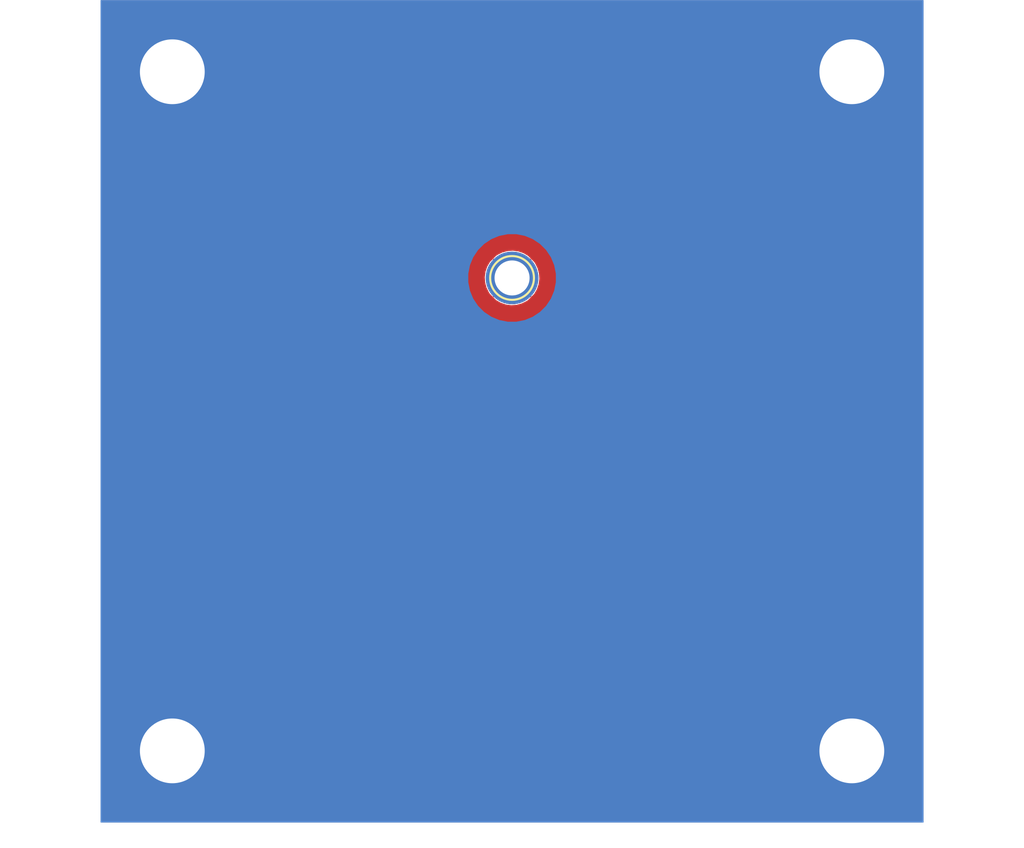
<source format=kicad_pcb>
(kicad_pcb (version 20171130) (host pcbnew "(5.1.10)-1")

  (general
    (thickness 4.5)
    (drawings 5)
    (tracks 0)
    (zones 0)
    (modules 5)
    (nets 2)
  )

  (page User 210.007 148.006)
  (title_block
    (title "2.4GHz Patch Antenna")
    (date 2020-09-11)
    (rev v1.0)
    (company "Asristotle Space & Aeronautics Team (ASAT)")
    (comment 1 AcubeSAT)
  )

  (layers
    (0 Top signal)
    (31 Bottom signal)
    (32 B.Adhes user)
    (33 F.Adhes user)
    (34 B.Paste user)
    (35 F.Paste user)
    (36 B.SilkS user)
    (37 F.SilkS user)
    (38 B.Mask user)
    (39 F.Mask user)
    (40 Dwgs.User user)
    (41 Cmts.User user)
    (42 Eco1.User user)
    (43 Eco2.User user)
    (44 Edge.Cuts user)
    (45 Margin user)
    (46 B.CrtYd user)
    (47 F.CrtYd user)
    (48 B.Fab user)
    (49 F.Fab user)
  )

  (setup
    (last_trace_width 0.25)
    (trace_clearance 0.0254)
    (zone_clearance 0.000001)
    (zone_45_only no)
    (trace_min 0.2)
    (via_size 0.8)
    (via_drill 0.4)
    (via_min_size 0.4)
    (via_min_drill 0.3)
    (uvia_size 0.3)
    (uvia_drill 0.1)
    (uvias_allowed no)
    (uvia_min_size 0.2)
    (uvia_min_drill 0.1)
    (edge_width 0.05)
    (segment_width 0.2)
    (pcb_text_width 0.3)
    (pcb_text_size 1.5 1.5)
    (mod_edge_width 0.12)
    (mod_text_size 1 1)
    (mod_text_width 0.15)
    (pad_size 6.2 6.2)
    (pad_drill 3.7)
    (pad_to_mask_clearance 0.05)
    (aux_axis_origin 0 0)
    (visible_elements 7FFFFFFF)
    (pcbplotparams
      (layerselection 0x010fc_ffffffff)
      (usegerberextensions false)
      (usegerberattributes true)
      (usegerberadvancedattributes true)
      (creategerberjobfile true)
      (excludeedgelayer true)
      (linewidth 0.100000)
      (plotframeref false)
      (viasonmask false)
      (mode 1)
      (useauxorigin false)
      (hpglpennumber 1)
      (hpglpenspeed 20)
      (hpglpendiameter 15.000000)
      (psnegative false)
      (psa4output false)
      (plotreference true)
      (plotvalue true)
      (plotinvisibletext false)
      (padsonsilk false)
      (subtractmaskfromsilk false)
      (outputformat 1)
      (mirror false)
      (drillshape 0)
      (scaleselection 1)
      (outputdirectory "Gerbers/"))
  )

  (net 0 "")
  (net 1 /RF_COPPER)

  (net_class Default "This is the default net class."
    (clearance 0.0254)
    (trace_width 0.25)
    (via_dia 0.8)
    (via_drill 0.4)
    (uvia_dia 0.3)
    (uvia_drill 0.1)
    (add_net /RF_COPPER)
  )

  (module MountingHole:MountingHole_3.7mm_Pad (layer Top) (tedit 6280E9F5) (tstamp 62814A3D)
    (at 118.2187 76.8802)
    (descr "Mounting Hole 3.7mm")
    (tags "mounting hole 3.7mm")
    (attr virtual)
    (fp_text reference REF** (at 0 -4.7) (layer F.SilkS) hide
      (effects (font (size 1 1) (thickness 0.15)))
    )
    (fp_text value MountingHole_3.7mm_Pad (at 0 4.7) (layer F.Fab)
      (effects (font (size 1 1) (thickness 0.15)))
    )
    (fp_circle (center 0 0) (end 3.7 0) (layer Cmts.User) (width 0.15))
    (fp_circle (center 0 0) (end 3.95 0) (layer F.CrtYd) (width 0.05))
    (fp_text user %R (at 0.3 0) (layer F.Fab)
      (effects (font (size 1 1) (thickness 0.15)))
    )
    (pad 1 thru_hole circle (at 0 0) (size 6.2 6.2) (drill 3.7) (layers Top F.Mask))
  )

  (module MountingHole:MountingHole_3.7mm_Pad (layer Top) (tedit 6280E9F5) (tstamp 62814A3D)
    (at 79.4187 76.8802)
    (descr "Mounting Hole 3.7mm")
    (tags "mounting hole 3.7mm")
    (attr virtual)
    (fp_text reference REF** (at 0 -4.7) (layer F.SilkS) hide
      (effects (font (size 1 1) (thickness 0.15)))
    )
    (fp_text value MountingHole_3.7mm_Pad (at 0 4.7) (layer F.Fab)
      (effects (font (size 1 1) (thickness 0.15)))
    )
    (fp_circle (center 0 0) (end 3.7 0) (layer Cmts.User) (width 0.15))
    (fp_circle (center 0 0) (end 3.95 0) (layer F.CrtYd) (width 0.05))
    (fp_text user %R (at 0.3 0) (layer F.Fab)
      (effects (font (size 1 1) (thickness 0.15)))
    )
    (pad 1 thru_hole circle (at 0 0) (size 6.2 6.2) (drill 3.7) (layers Top F.Mask))
  )

  (module MountingHole:MountingHole_3.7mm_Pad (layer Top) (tedit 6280E9F5) (tstamp 62814A3D)
    (at 118.2187 38.0802)
    (descr "Mounting Hole 3.7mm")
    (tags "mounting hole 3.7mm")
    (attr virtual)
    (fp_text reference REF** (at 0 -4.7) (layer F.SilkS) hide
      (effects (font (size 1 1) (thickness 0.15)))
    )
    (fp_text value MountingHole_3.7mm_Pad (at 0 4.7) (layer F.Fab)
      (effects (font (size 1 1) (thickness 0.15)))
    )
    (fp_circle (center 0 0) (end 3.7 0) (layer Cmts.User) (width 0.15))
    (fp_circle (center 0 0) (end 3.95 0) (layer F.CrtYd) (width 0.05))
    (fp_text user %R (at 0.3 0) (layer F.Fab)
      (effects (font (size 1 1) (thickness 0.15)))
    )
    (pad 1 thru_hole circle (at 0 0) (size 6.2 6.2) (drill 3.7) (layers Top F.Mask))
  )

  (module MountingHole:MountingHole_3.7mm_Pad (layer Top) (tedit 6280E9F5) (tstamp 62814A04)
    (at 79.4187 38.0802)
    (descr "Mounting Hole 3.7mm")
    (tags "mounting hole 3.7mm")
    (attr virtual)
    (fp_text reference REF** (at 0 -4.7) (layer F.SilkS) hide
      (effects (font (size 1 1) (thickness 0.15)))
    )
    (fp_text value MountingHole_3.7mm_Pad (at 0 4.7) (layer F.Fab)
      (effects (font (size 1 1) (thickness 0.15)))
    )
    (fp_text user %R (at 0.3 0) (layer F.Fab)
      (effects (font (size 1 1) (thickness 0.15)))
    )
    (fp_circle (center 0 0) (end 3.7 0) (layer Cmts.User) (width 0.15))
    (fp_circle (center 0 0) (end 3.95 0) (layer F.CrtYd) (width 0.05))
    (pad 1 thru_hole circle (at 0 0) (size 6.2 6.2) (drill 3.7) (layers Top F.Mask))
  )

  (module Connector_Pin:Pin_D1.0mm_L10.0mm (layer Top) (tedit 5F57D3A2) (tstamp 627FFB96)
    (at 98.8187 49.8602)
    (descr "solder Pin_ diameter 1.0mm, hole diameter 1.0mm (press fit), length 10.0mm")
    (tags "solder Pin_ press fit")
    (path /5F57DB6D)
    (clearance 1)
    (fp_text reference J1 (at 0 2.25) (layer F.SilkS) hide
      (effects (font (size 1 1) (thickness 0.15)))
    )
    (fp_text value "RF Connector" (at 0 -2.05) (layer F.Fab)
      (effects (font (size 1 1) (thickness 0.15)))
    )
    (fp_circle (center 0 0) (end 1.5 0) (layer F.CrtYd) (width 0.05))
    (fp_circle (center 0 0) (end 0.5 0) (layer F.Fab) (width 0.12))
    (fp_circle (center 0 0) (end 1 0) (layer F.Fab) (width 0.12))
    (fp_circle (center 0 0) (end 1.25 0.05) (layer F.SilkS) (width 0.12))
    (fp_text user %R (at 0 2.25) (layer F.Fab)
      (effects (font (size 1 1) (thickness 0.15)))
    )
    (pad 1 thru_hole circle (at 0 0) (size 3 3) (drill 2) (layers *.Cu *.Mask)
      (net 1 /RF_COPPER))
  )

  (gr_circle (center 98.806 49.8475) (end 102.793881 49.8475) (layer B.Mask) (width 2))
  (gr_line (start 122.3187 80.9802) (end 122.3187 33.9802) (layer Edge.Cuts) (width 0.001) (tstamp 1147DC90))
  (gr_line (start 122.3187 33.9802) (end 75.3187 33.9802) (layer Edge.Cuts) (width 0.001) (tstamp 1147E1D0))
  (gr_line (start 75.3187 33.9802) (end 75.3187 80.9802) (layer Edge.Cuts) (width 0.001) (tstamp 1147E6B0))
  (gr_line (start 75.3187 80.9802) (end 122.3187 80.9802) (layer Edge.Cuts) (width 0.001) (tstamp 1147EB90))

  (zone (net 0) (net_name "") (layer Top) (tstamp 1147F100) (hatch edge 0.508)
    (priority 6)
    (connect_pads (clearance 0.000001))
    (min_thickness 0.0254)
    (keepout (tracks not_allowed) (vias not_allowed) (copperpour not_allowed))
    (fill (arc_segments 32) (thermal_gap 0.051) (thermal_bridge_width 0.051))
    (polygon
      (pts
        (xy 93.8252 64.6747) (xy 103.8242 64.6747) (xy 103.8242 60.1747) (xy 105.3252 60.1747) (xy 105.3252 66.1757)
        (xy 92.3242 66.1757) (xy 92.3242 60.1747) (xy 93.8252 60.1747)
      )
    )
  )
  (zone (net 1) (net_name /RF_COPPER) (layer Top) (tstamp 5F57CF87) (hatch edge 0.508)
    (priority 6)
    (connect_pads (clearance 0.000001))
    (min_thickness 0.0254)
    (fill yes (arc_segments 32) (thermal_gap 0.051) (thermal_bridge_width 0.051))
    (polygon
      (pts
        (xy 111.9502 64.905407) (xy 106.249907 70.6057) (xy 85.6992 70.6057) (xy 85.6992 50.054993) (xy 91.399493 44.3547)
        (xy 111.9502 44.3547)
      )
    )
    (filled_polygon
      (pts
        (xy 111.9375 64.900147) (xy 106.244647 70.593) (xy 85.7119 70.593) (xy 85.7119 60.1747) (xy 92.3115 60.1747)
        (xy 92.3115 66.1757) (xy 92.311744 66.178178) (xy 92.312467 66.18056) (xy 92.31364 66.182756) (xy 92.31522 66.18468)
        (xy 92.317144 66.18626) (xy 92.31934 66.187433) (xy 92.321722 66.188156) (xy 92.3242 66.1884) (xy 105.3252 66.1884)
        (xy 105.327678 66.188156) (xy 105.33006 66.187433) (xy 105.332256 66.18626) (xy 105.33418 66.18468) (xy 105.33576 66.182756)
        (xy 105.336933 66.18056) (xy 105.337656 66.178178) (xy 105.3379 66.1757) (xy 105.3379 60.1747) (xy 105.337656 60.172222)
        (xy 105.336933 60.16984) (xy 105.33576 60.167644) (xy 105.33418 60.16572) (xy 105.332256 60.16414) (xy 105.33006 60.162967)
        (xy 105.327678 60.162244) (xy 105.3252 60.162) (xy 103.8242 60.162) (xy 103.821722 60.162244) (xy 103.81934 60.162967)
        (xy 103.817144 60.16414) (xy 103.81522 60.16572) (xy 103.81364 60.167644) (xy 103.812467 60.16984) (xy 103.811744 60.172222)
        (xy 103.8115 60.1747) (xy 103.8115 64.662) (xy 93.8379 64.662) (xy 93.8379 60.1747) (xy 93.837656 60.172222)
        (xy 93.836933 60.16984) (xy 93.83576 60.167644) (xy 93.83418 60.16572) (xy 93.832256 60.16414) (xy 93.83006 60.162967)
        (xy 93.827678 60.162244) (xy 93.8252 60.162) (xy 92.3242 60.162) (xy 92.321722 60.162244) (xy 92.31934 60.162967)
        (xy 92.317144 60.16414) (xy 92.31522 60.16572) (xy 92.31364 60.167644) (xy 92.312467 60.16984) (xy 92.311744 60.172222)
        (xy 92.3115 60.1747) (xy 85.7119 60.1747) (xy 85.7119 50.969006) (xy 97.727996 50.969006) (xy 97.905519 51.138862)
        (xy 98.17252 51.292445) (xy 98.464353 51.390989) (xy 98.769804 51.430705) (xy 99.077134 51.410067) (xy 99.374533 51.329869)
        (xy 99.650571 51.193192) (xy 99.731881 51.138862) (xy 99.909404 50.969006) (xy 98.8187 49.878302) (xy 97.727996 50.969006)
        (xy 85.7119 50.969006) (xy 85.7119 50.060253) (xy 85.960849 49.811304) (xy 97.248195 49.811304) (xy 97.268833 50.118634)
        (xy 97.349031 50.416033) (xy 97.485708 50.692071) (xy 97.540038 50.773381) (xy 97.709894 50.950904) (xy 98.800598 49.8602)
        (xy 98.836802 49.8602) (xy 99.927506 50.950904) (xy 100.097362 50.773381) (xy 100.250945 50.50638) (xy 100.349489 50.214547)
        (xy 100.389205 49.909096) (xy 100.368567 49.601766) (xy 100.288369 49.304367) (xy 100.151692 49.028329) (xy 100.097362 48.947019)
        (xy 99.927506 48.769496) (xy 98.836802 49.8602) (xy 98.800598 49.8602) (xy 97.709894 48.769496) (xy 97.540038 48.947019)
        (xy 97.386455 49.21402) (xy 97.287911 49.505853) (xy 97.248195 49.811304) (xy 85.960849 49.811304) (xy 87.020759 48.751394)
        (xy 97.727996 48.751394) (xy 98.8187 49.842098) (xy 99.909404 48.751394) (xy 99.731881 48.581538) (xy 99.46488 48.427955)
        (xy 99.173047 48.329411) (xy 98.867596 48.289695) (xy 98.560266 48.310333) (xy 98.262867 48.390531) (xy 97.986829 48.527208)
        (xy 97.905519 48.581538) (xy 97.727996 48.751394) (xy 87.020759 48.751394) (xy 91.404753 44.3674) (xy 111.9375 44.3674)
      )
    )
  )
  (zone (net 0) (net_name "") (layer Bottom) (tstamp 5F57CF84) (hatch edge 0.508)
    (priority 6)
    (connect_pads (clearance 0.000001))
    (min_thickness 0.0254)
    (fill yes (arc_segments 32) (thermal_gap 0.051) (thermal_bridge_width 0.051))
    (polygon
      (pts
        (xy 122.3142 80.9757) (xy 75.3232 80.9757) (xy 75.3232 33.9847) (xy 122.3142 33.9847)
      )
    )
    (filled_polygon
      (pts
        (xy 122.3015 80.963) (xy 75.3359 80.963) (xy 75.3359 76.694238) (xy 77.5306 76.694238) (xy 77.5306 77.066162)
        (xy 77.603158 77.430939) (xy 77.745487 77.774551) (xy 77.952117 78.083794) (xy 78.215106 78.346783) (xy 78.524349 78.553413)
        (xy 78.867961 78.695742) (xy 79.232738 78.7683) (xy 79.604662 78.7683) (xy 79.969439 78.695742) (xy 80.313051 78.553413)
        (xy 80.622294 78.346783) (xy 80.885283 78.083794) (xy 81.091913 77.774551) (xy 81.234242 77.430939) (xy 81.3068 77.066162)
        (xy 81.3068 76.694238) (xy 116.3306 76.694238) (xy 116.3306 77.066162) (xy 116.403158 77.430939) (xy 116.545487 77.774551)
        (xy 116.752117 78.083794) (xy 117.015106 78.346783) (xy 117.324349 78.553413) (xy 117.667961 78.695742) (xy 118.032738 78.7683)
        (xy 118.404662 78.7683) (xy 118.769439 78.695742) (xy 119.113051 78.553413) (xy 119.422294 78.346783) (xy 119.685283 78.083794)
        (xy 119.891913 77.774551) (xy 120.034242 77.430939) (xy 120.1068 77.066162) (xy 120.1068 76.694238) (xy 120.034242 76.329461)
        (xy 119.891913 75.985849) (xy 119.685283 75.676606) (xy 119.422294 75.413617) (xy 119.113051 75.206987) (xy 118.769439 75.064658)
        (xy 118.404662 74.9921) (xy 118.032738 74.9921) (xy 117.667961 75.064658) (xy 117.324349 75.206987) (xy 117.015106 75.413617)
        (xy 116.752117 75.676606) (xy 116.545487 75.985849) (xy 116.403158 76.329461) (xy 116.3306 76.694238) (xy 81.3068 76.694238)
        (xy 81.234242 76.329461) (xy 81.091913 75.985849) (xy 80.885283 75.676606) (xy 80.622294 75.413617) (xy 80.313051 75.206987)
        (xy 79.969439 75.064658) (xy 79.604662 74.9921) (xy 79.232738 74.9921) (xy 78.867961 75.064658) (xy 78.524349 75.206987)
        (xy 78.215106 75.413617) (xy 77.952117 75.676606) (xy 77.745487 75.985849) (xy 77.603158 76.329461) (xy 77.5306 76.694238)
        (xy 75.3359 76.694238) (xy 75.3359 49.612721) (xy 96.306 49.612721) (xy 96.306 50.107679) (xy 96.402562 50.593128)
        (xy 96.591974 51.05041) (xy 96.866958 51.461953) (xy 97.216947 51.811942) (xy 97.62849 52.086926) (xy 98.085772 52.276338)
        (xy 98.571221 52.3729) (xy 99.066179 52.3729) (xy 99.551628 52.276338) (xy 100.00891 52.086926) (xy 100.420453 51.811942)
        (xy 100.770442 51.461953) (xy 101.045426 51.05041) (xy 101.234838 50.593128) (xy 101.3314 50.107679) (xy 101.3314 49.612721)
        (xy 101.234838 49.127272) (xy 101.045426 48.66999) (xy 100.770442 48.258447) (xy 100.420453 47.908458) (xy 100.00891 47.633474)
        (xy 99.551628 47.444062) (xy 99.066179 47.3475) (xy 98.571221 47.3475) (xy 98.085772 47.444062) (xy 97.62849 47.633474)
        (xy 97.216947 47.908458) (xy 96.866958 48.258447) (xy 96.591974 48.66999) (xy 96.402562 49.127272) (xy 96.306 49.612721)
        (xy 75.3359 49.612721) (xy 75.3359 37.894238) (xy 77.5306 37.894238) (xy 77.5306 38.266162) (xy 77.603158 38.630939)
        (xy 77.745487 38.974551) (xy 77.952117 39.283794) (xy 78.215106 39.546783) (xy 78.524349 39.753413) (xy 78.867961 39.895742)
        (xy 79.232738 39.9683) (xy 79.604662 39.9683) (xy 79.969439 39.895742) (xy 80.313051 39.753413) (xy 80.622294 39.546783)
        (xy 80.885283 39.283794) (xy 81.091913 38.974551) (xy 81.234242 38.630939) (xy 81.3068 38.266162) (xy 81.3068 37.894238)
        (xy 116.3306 37.894238) (xy 116.3306 38.266162) (xy 116.403158 38.630939) (xy 116.545487 38.974551) (xy 116.752117 39.283794)
        (xy 117.015106 39.546783) (xy 117.324349 39.753413) (xy 117.667961 39.895742) (xy 118.032738 39.9683) (xy 118.404662 39.9683)
        (xy 118.769439 39.895742) (xy 119.113051 39.753413) (xy 119.422294 39.546783) (xy 119.685283 39.283794) (xy 119.891913 38.974551)
        (xy 120.034242 38.630939) (xy 120.1068 38.266162) (xy 120.1068 37.894238) (xy 120.034242 37.529461) (xy 119.891913 37.185849)
        (xy 119.685283 36.876606) (xy 119.422294 36.613617) (xy 119.113051 36.406987) (xy 118.769439 36.264658) (xy 118.404662 36.1921)
        (xy 118.032738 36.1921) (xy 117.667961 36.264658) (xy 117.324349 36.406987) (xy 117.015106 36.613617) (xy 116.752117 36.876606)
        (xy 116.545487 37.185849) (xy 116.403158 37.529461) (xy 116.3306 37.894238) (xy 81.3068 37.894238) (xy 81.234242 37.529461)
        (xy 81.091913 37.185849) (xy 80.885283 36.876606) (xy 80.622294 36.613617) (xy 80.313051 36.406987) (xy 79.969439 36.264658)
        (xy 79.604662 36.1921) (xy 79.232738 36.1921) (xy 78.867961 36.264658) (xy 78.524349 36.406987) (xy 78.215106 36.613617)
        (xy 77.952117 36.876606) (xy 77.745487 37.185849) (xy 77.603158 37.529461) (xy 77.5306 37.894238) (xy 75.3359 37.894238)
        (xy 75.3359 33.9974) (xy 122.3015 33.9974)
      )
    )
  )
)

</source>
